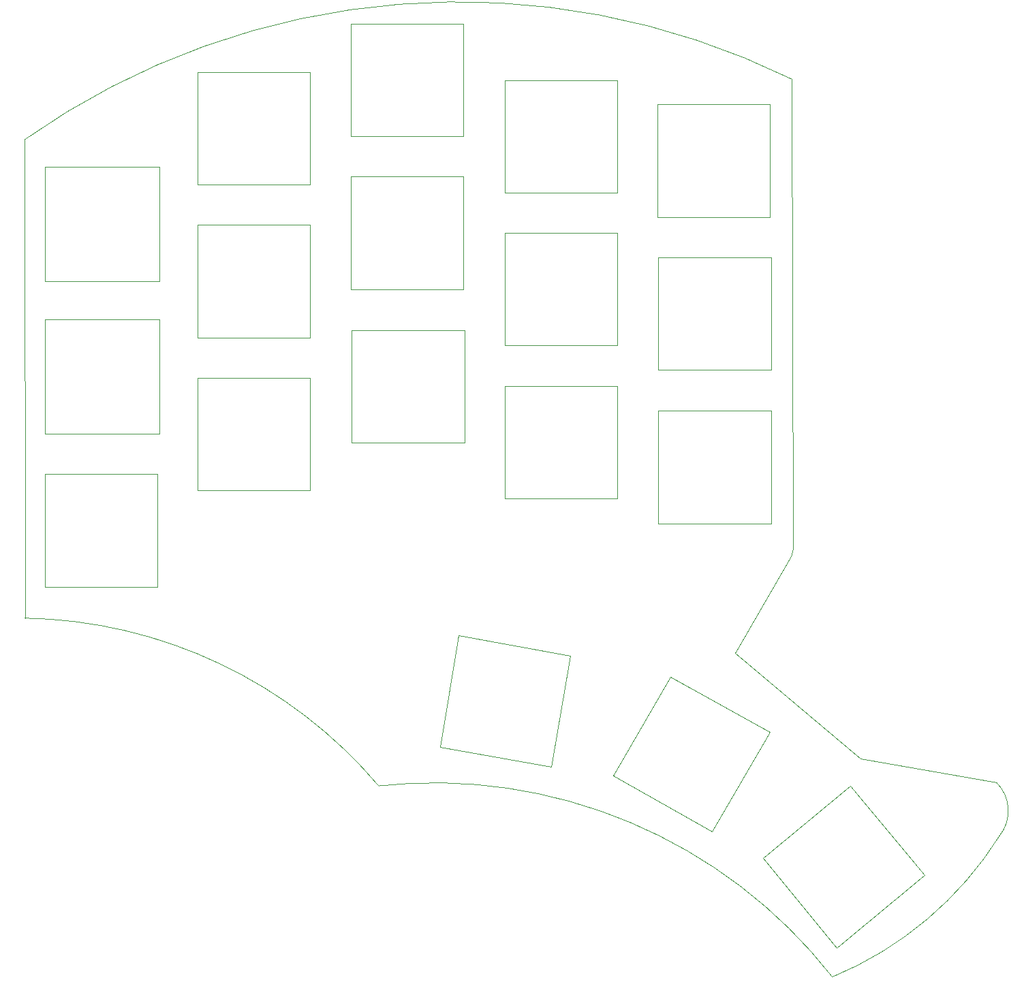
<source format=gbr>
G04 #@! TF.GenerationSoftware,KiCad,Pcbnew,5.1.10*
G04 #@! TF.CreationDate,2021-08-05T17:34:28+02:00*
G04 #@! TF.ProjectId,split_3x_plate_bigger_encoder_gerber,73706c69-745f-4337-985f-706c6174655f,rev?*
G04 #@! TF.SameCoordinates,Original*
G04 #@! TF.FileFunction,Profile,NP*
%FSLAX46Y46*%
G04 Gerber Fmt 4.6, Leading zero omitted, Abs format (unit mm)*
G04 Created by KiCad (PCBNEW 5.1.10) date 2021-08-05 17:34:28*
%MOMM*%
%LPD*%
G01*
G04 APERTURE LIST*
G04 #@! TA.AperFunction,Profile*
%ADD10C,0.050000*%
G04 #@! TD*
G04 APERTURE END LIST*
D10*
X173006572Y-110950322D02*
X173250000Y-110000000D01*
X181587930Y-136108277D02*
X166021572Y-123015322D01*
X166021572Y-123015322D02*
X173006572Y-110950322D01*
X198521567Y-139078078D02*
X181587930Y-136108277D01*
X169500000Y-148500000D02*
X180400000Y-139500000D01*
X169500000Y-148500000D02*
X178700000Y-159600000D01*
X178700000Y-159600000D02*
X189600000Y-150600000D01*
X180400000Y-139500000D02*
X189600000Y-150600000D01*
X198521567Y-139078078D02*
G75*
G02*
X198906839Y-145704287I-3468942J-3526002D01*
G01*
X163200000Y-145200000D02*
X150900000Y-138200000D01*
X158000000Y-125900000D02*
X150900000Y-138200000D01*
X163200000Y-145200000D02*
X170400000Y-132800000D01*
X158000000Y-125900000D02*
X170400000Y-132800000D01*
X129400000Y-134700000D02*
X143200000Y-137100000D01*
X131700000Y-120800000D02*
X129400000Y-134700000D01*
X145600000Y-123300000D02*
X131700000Y-120800000D01*
X143200000Y-137100000D02*
X145600000Y-123300000D01*
X156500000Y-92850000D02*
X170500000Y-92850000D01*
X170500000Y-92850000D02*
X170500000Y-106850000D01*
X156500000Y-106850000D02*
X156500000Y-92850000D01*
X170500000Y-106850000D02*
X156500000Y-106850000D01*
X156500000Y-73750000D02*
X170500000Y-73750000D01*
X170500000Y-73750000D02*
X170500000Y-87750000D01*
X156500000Y-87750000D02*
X156500000Y-73750000D01*
X170500000Y-87750000D02*
X156500000Y-87750000D01*
X156400000Y-54750000D02*
X170400000Y-54750000D01*
X170400000Y-54750000D02*
X170400000Y-68750000D01*
X156400000Y-68750000D02*
X156400000Y-54750000D01*
X170400000Y-68750000D02*
X156400000Y-68750000D01*
X137400000Y-89750000D02*
X151400000Y-89750000D01*
X151400000Y-89750000D02*
X151400000Y-103750000D01*
X137400000Y-103750000D02*
X137400000Y-89750000D01*
X151400000Y-103750000D02*
X137400000Y-103750000D01*
X137400000Y-70750000D02*
X151400000Y-70750000D01*
X151400000Y-70750000D02*
X151400000Y-84750000D01*
X137400000Y-84750000D02*
X137400000Y-70750000D01*
X151400000Y-84750000D02*
X137400000Y-84750000D01*
X137400000Y-51750000D02*
X151400000Y-51750000D01*
X151400000Y-51750000D02*
X151400000Y-65750000D01*
X137400000Y-65750000D02*
X137400000Y-51750000D01*
X151400000Y-65750000D02*
X137400000Y-65750000D01*
X118400000Y-82850000D02*
X132400000Y-82850000D01*
X132400000Y-82850000D02*
X132400000Y-96850000D01*
X118400000Y-96850000D02*
X118400000Y-82850000D01*
X132400000Y-96850000D02*
X118400000Y-96850000D01*
X118300000Y-63750000D02*
X132300000Y-63750000D01*
X132300000Y-63750000D02*
X132300000Y-77750000D01*
X118300000Y-77750000D02*
X118300000Y-63750000D01*
X132300000Y-77750000D02*
X118300000Y-77750000D01*
X118300000Y-44750000D02*
X132300000Y-44750000D01*
X132300000Y-44750000D02*
X132300000Y-58750000D01*
X118300000Y-58750000D02*
X118300000Y-44750000D01*
X132300000Y-58750000D02*
X118300000Y-58750000D01*
X99250000Y-88750000D02*
X113250000Y-88750000D01*
X113250000Y-88750000D02*
X113250000Y-102750000D01*
X99250000Y-102750000D02*
X99250000Y-88750000D01*
X113250000Y-102750000D02*
X99250000Y-102750000D01*
X99250000Y-69750000D02*
X113250000Y-69750000D01*
X113250000Y-69750000D02*
X113250000Y-83750000D01*
X99250000Y-83750000D02*
X99250000Y-69750000D01*
X113250000Y-83750000D02*
X99250000Y-83750000D01*
X99250000Y-50750000D02*
X113250000Y-50750000D01*
X113250000Y-50750000D02*
X113250000Y-64750000D01*
X99250000Y-64750000D02*
X99250000Y-50750000D01*
X113250000Y-64750000D02*
X99250000Y-64750000D01*
X94250000Y-114750000D02*
X80250000Y-114750000D01*
X94250000Y-100750000D02*
X94250000Y-114750000D01*
X80250000Y-100750000D02*
X94250000Y-100750000D01*
X80250000Y-114750000D02*
X80250000Y-100750000D01*
X94500000Y-95750000D02*
X94250000Y-95750000D01*
X94500000Y-81500000D02*
X94500000Y-95750000D01*
X94250000Y-81500000D02*
X94500000Y-81500000D01*
X80250000Y-95750000D02*
X80250000Y-81500000D01*
X94250000Y-95750000D02*
X80250000Y-95750000D01*
X80250000Y-81500000D02*
X94250000Y-81500000D01*
X80250000Y-76750000D02*
X80250000Y-62500000D01*
X94500000Y-76750000D02*
X80250000Y-76750000D01*
X94500000Y-62500000D02*
X94500000Y-76750000D01*
X80250000Y-62500000D02*
X94500000Y-62500000D01*
X173037499Y-51593751D02*
X173250000Y-110000000D01*
X77794796Y-118636490D02*
G75*
G02*
X121749255Y-139493235I-1008148J-58868809D01*
G01*
X121749255Y-139493235D02*
G75*
G02*
X178128606Y-163252882I6879865J-62445949D01*
G01*
X198906839Y-145704287D02*
G75*
G02*
X178128606Y-163252882I-37823960J23709646D01*
G01*
X77749541Y-59145712D02*
X77794796Y-118636490D01*
X77749541Y-59145712D02*
G75*
G02*
X173037499Y-51593751I54012959J-76585538D01*
G01*
M02*

</source>
